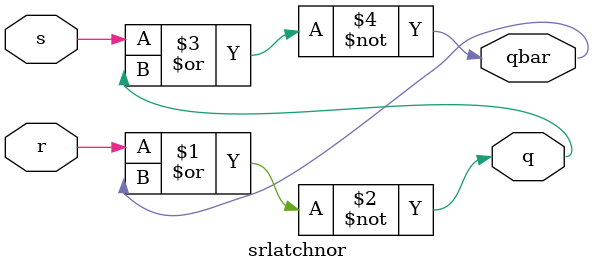
<source format=v>
module srlatchnor(s,r,q,qbar);

input s,r; 
output q,qbar;

assign q=~(r | qbar);
assign qbar=~(s |q );

endmodule

</source>
